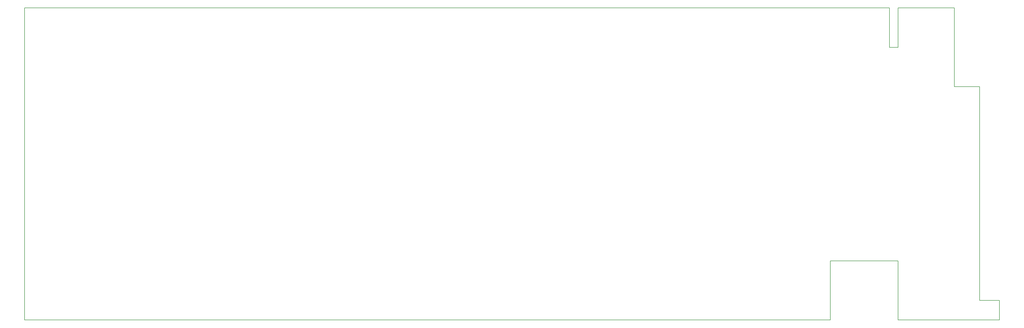
<source format=gbr>
G04 #@! TF.GenerationSoftware,KiCad,Pcbnew,(6.0.1)*
G04 #@! TF.CreationDate,2022-01-27T20:11:13+00:00*
G04 #@! TF.ProjectId,Project Helena,50726f6a-6563-4742-9048-656c656e612e,B*
G04 #@! TF.SameCoordinates,Original*
G04 #@! TF.FileFunction,Profile,NP*
%FSLAX46Y46*%
G04 Gerber Fmt 4.6, Leading zero omitted, Abs format (unit mm)*
G04 Created by KiCad (PCBNEW (6.0.1)) date 2022-01-27 20:11:13*
%MOMM*%
%LPD*%
G01*
G04 APERTURE LIST*
G04 #@! TA.AperFunction,Profile*
%ADD10C,0.150000*%
G04 #@! TD*
G04 APERTURE END LIST*
D10*
X340000000Y-157000000D02*
X340000000Y-178000000D01*
X30000000Y-67000000D02*
X58000000Y-67000000D01*
X360000000Y-95000000D02*
X369000000Y-95000000D01*
X340000000Y-81000000D02*
X340000000Y-67000000D01*
X316000000Y-168000000D02*
X316000000Y-157000000D01*
X376000000Y-178000000D02*
X359000000Y-178000000D01*
X316000000Y-157000000D02*
X337000000Y-157000000D01*
X316000000Y-170000000D02*
X316000000Y-168000000D01*
X337000000Y-67000000D02*
X337000000Y-81000000D01*
X340000000Y-67000000D02*
X360000000Y-67000000D01*
X376000000Y-171000000D02*
X376000000Y-178000000D01*
X30000000Y-178000000D02*
X316000000Y-178000000D01*
X340000000Y-178000000D02*
X359000000Y-178000000D01*
X316000000Y-178000000D02*
X316000000Y-170000000D01*
X30000000Y-67000000D02*
X30000000Y-178000000D01*
X360000000Y-67000000D02*
X360000000Y-95000000D01*
X337000000Y-157000000D02*
X340000000Y-157000000D01*
X369000000Y-95000000D02*
X369000000Y-171000000D01*
X58000000Y-67000000D02*
X337000000Y-67000000D01*
X369000000Y-171000000D02*
X376000000Y-171000000D01*
X337000000Y-81000000D02*
X340000000Y-81000000D01*
M02*

</source>
